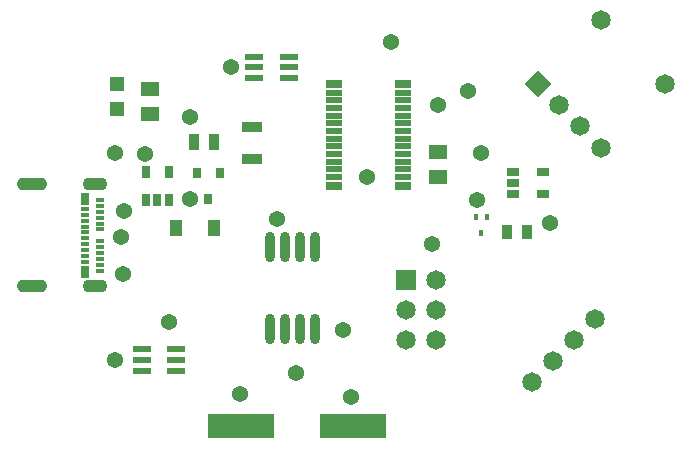
<source format=gts>
G04*
G04 #@! TF.GenerationSoftware,Altium Limited,Altium Designer,21.0.9 (235)*
G04*
G04 Layer_Color=8388736*
%FSLAX25Y25*%
%MOIN*%
G70*
G04*
G04 #@! TF.SameCoordinates,16CFF4CE-520A-4318-93EF-9E40710CEDB3*
G04*
G04*
G04 #@! TF.FilePolarity,Negative*
G04*
G01*
G75*
%ADD15R,0.02756X0.03937*%
%ADD16R,0.02756X0.01181*%
%ADD17R,0.01802X0.02400*%
%ADD18R,0.03175X0.05151*%
%ADD19R,0.02762X0.03550*%
%ADD20R,0.06299X0.01968*%
%ADD21R,0.05715X0.01975*%
%ADD22R,0.05715X0.02762*%
%ADD23R,0.05938X0.04750*%
%ADD24R,0.03983X0.05203*%
%ADD25R,0.06528X0.03764*%
G04:AMPARAMS|DCode=26|XSize=43.31mil|YSize=23.62mil|CornerRadius=2.01mil|HoleSize=0mil|Usage=FLASHONLY|Rotation=0.000|XOffset=0mil|YOffset=0mil|HoleType=Round|Shape=RoundedRectangle|*
%AMROUNDEDRECTD26*
21,1,0.04331,0.01961,0,0,0.0*
21,1,0.03929,0.02362,0,0,0.0*
1,1,0.00402,0.01965,-0.00980*
1,1,0.00402,-0.01965,-0.00980*
1,1,0.00402,-0.01965,0.00980*
1,1,0.00402,0.01965,0.00980*
%
%ADD26ROUNDEDRECTD26*%
%ADD27O,0.03156X0.10243*%
%ADD28R,0.05124X0.04731*%
%ADD29R,0.03747X0.05715*%
%ADD30R,0.22047X0.08268*%
G04:AMPARAMS|DCode=31|XSize=43.31mil|YSize=102.36mil|CornerRadius=21.65mil|HoleSize=0mil|Usage=FLASHONLY|Rotation=270.000|XOffset=0mil|YOffset=0mil|HoleType=Round|Shape=RoundedRectangle|*
%AMROUNDEDRECTD31*
21,1,0.04331,0.05906,0,0,270.0*
21,1,0.00000,0.10236,0,0,270.0*
1,1,0.04331,-0.02953,0.00000*
1,1,0.04331,-0.02953,0.00000*
1,1,0.04331,0.02953,0.00000*
1,1,0.04331,0.02953,0.00000*
%
%ADD31ROUNDEDRECTD31*%
G04:AMPARAMS|DCode=32|XSize=43.31mil|YSize=82.68mil|CornerRadius=21.65mil|HoleSize=0mil|Usage=FLASHONLY|Rotation=270.000|XOffset=0mil|YOffset=0mil|HoleType=Round|Shape=RoundedRectangle|*
%AMROUNDEDRECTD32*
21,1,0.04331,0.03937,0,0,270.0*
21,1,0.00000,0.08268,0,0,270.0*
1,1,0.04331,-0.01968,0.00000*
1,1,0.04331,-0.01968,0.00000*
1,1,0.04331,0.01968,0.00000*
1,1,0.04331,0.01968,0.00000*
%
%ADD32ROUNDEDRECTD32*%
%ADD33R,0.06502X0.06502*%
%ADD34C,0.06502*%
%ADD35P,0.09196X4X180.0*%
%ADD36C,0.05400*%
D15*
X370724Y335795D02*
D03*
Y360205D02*
D03*
X391260Y369224D02*
D03*
X398740D02*
D03*
Y359776D02*
D03*
X395000D02*
D03*
X391260D02*
D03*
D16*
X370724Y356858D02*
D03*
Y354890D02*
D03*
Y352921D02*
D03*
Y350953D02*
D03*
Y348984D02*
D03*
Y347016D02*
D03*
Y345047D02*
D03*
Y343079D02*
D03*
Y341110D02*
D03*
Y339142D02*
D03*
X375842Y336189D02*
D03*
Y338158D02*
D03*
Y340126D02*
D03*
Y342094D02*
D03*
Y344063D02*
D03*
Y346031D02*
D03*
Y349969D02*
D03*
Y351937D02*
D03*
Y353906D02*
D03*
Y355874D02*
D03*
Y357842D02*
D03*
Y359811D02*
D03*
D17*
X503000Y348951D02*
D03*
X501031Y354049D02*
D03*
X504969D02*
D03*
D18*
X518200Y349000D02*
D03*
X511500D02*
D03*
D19*
X415740Y368831D02*
D03*
X408260D02*
D03*
X412000Y360169D02*
D03*
D20*
X427193Y400457D02*
D03*
Y404000D02*
D03*
Y407543D02*
D03*
X438807D02*
D03*
Y404000D02*
D03*
Y400457D02*
D03*
X389693Y302957D02*
D03*
Y306500D02*
D03*
Y310043D02*
D03*
X401307D02*
D03*
Y306500D02*
D03*
Y302957D02*
D03*
D21*
X477016Y390457D02*
D03*
Y393016D02*
D03*
Y395575D02*
D03*
Y387898D02*
D03*
Y385339D02*
D03*
X453984D02*
D03*
Y387898D02*
D03*
Y395575D02*
D03*
Y393016D02*
D03*
Y390457D02*
D03*
Y382780D02*
D03*
Y380221D02*
D03*
Y377661D02*
D03*
Y375102D02*
D03*
Y367425D02*
D03*
Y369984D02*
D03*
Y372543D02*
D03*
X477016D02*
D03*
Y369984D02*
D03*
Y367425D02*
D03*
Y375102D02*
D03*
Y377661D02*
D03*
Y380221D02*
D03*
Y382780D02*
D03*
D22*
X453984Y398528D02*
D03*
Y364472D02*
D03*
X477016D02*
D03*
Y398528D02*
D03*
D23*
X392500Y388363D02*
D03*
Y396637D02*
D03*
X488500Y367363D02*
D03*
Y375637D02*
D03*
D24*
X413937Y350500D02*
D03*
X401063D02*
D03*
D25*
X426500Y384000D02*
D03*
Y373558D02*
D03*
D26*
X523618Y369240D02*
D03*
Y361760D02*
D03*
X513382D02*
D03*
Y365500D02*
D03*
Y369240D02*
D03*
D27*
X432500Y316917D02*
D03*
X437500D02*
D03*
X442500D02*
D03*
X447500D02*
D03*
X432500Y344083D02*
D03*
X437500D02*
D03*
X442500D02*
D03*
X447500D02*
D03*
D28*
X381500Y398520D02*
D03*
Y390252D02*
D03*
D29*
X407252Y379000D02*
D03*
X413748D02*
D03*
D30*
X460153Y284500D02*
D03*
X422752D02*
D03*
D31*
X353126Y330992D02*
D03*
Y365008D02*
D03*
D32*
X374228Y330992D02*
D03*
Y365008D02*
D03*
D33*
X478000Y333000D02*
D03*
D34*
Y323000D02*
D03*
Y313000D02*
D03*
X488000Y333000D02*
D03*
Y323000D02*
D03*
Y313000D02*
D03*
X541000Y320213D02*
D03*
X533929Y313142D02*
D03*
X526858Y306071D02*
D03*
X519787Y299000D02*
D03*
X543000Y377287D02*
D03*
X528858Y391429D02*
D03*
X535929Y384358D02*
D03*
X543000Y419713D02*
D03*
X564213Y398500D02*
D03*
D35*
X521787D02*
D03*
D36*
X383500Y335000D02*
D03*
X383000Y347500D02*
D03*
X503000Y375500D02*
D03*
X526000Y352000D02*
D03*
X435000Y353500D02*
D03*
X465000Y367500D02*
D03*
X501463Y359963D02*
D03*
X486500Y345000D02*
D03*
X441083Y302000D02*
D03*
X459500Y294000D02*
D03*
X422500Y295000D02*
D03*
X488422Y391578D02*
D03*
X498500Y396000D02*
D03*
X473000Y412500D02*
D03*
X419500Y404000D02*
D03*
X457000Y316500D02*
D03*
X399000Y319000D02*
D03*
X381000Y306500D02*
D03*
X406000Y360000D02*
D03*
Y387500D02*
D03*
X391000Y375000D02*
D03*
X381000Y375500D02*
D03*
X384000Y356000D02*
D03*
M02*

</source>
